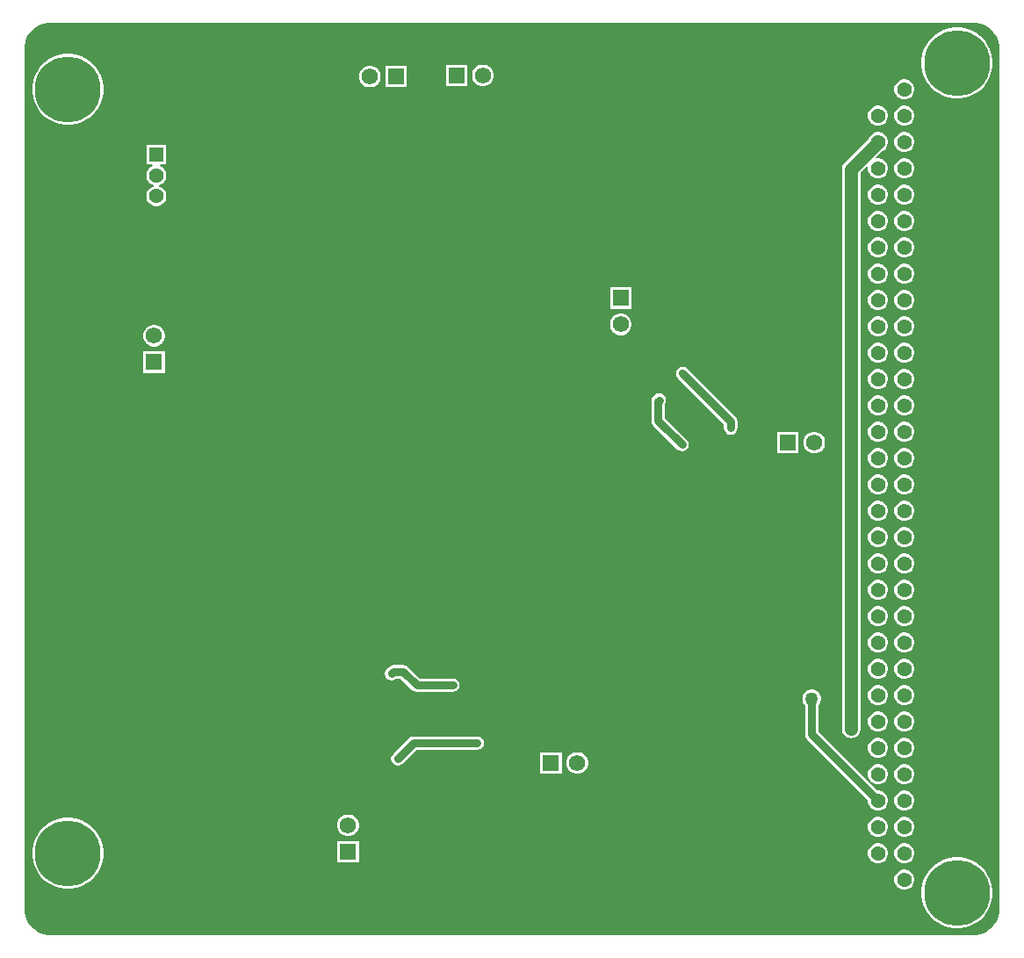
<source format=gbl>
%TF.GenerationSoftware,Altium Limited,Altium Designer,23.1.1 (15)*%
G04 Layer_Physical_Order=2*
G04 Layer_Color=16711680*
%FSLAX25Y25*%
%MOIN*%
%TF.SameCoordinates,209943D4-F1A4-4043-803A-0C530BE15E34*%
%TF.FilePolarity,Positive*%
%TF.FileFunction,Copper,L2,Bot,Signal*%
%TF.Part,Single*%
G01*
G75*
%TA.AperFunction,Conductor*%
%ADD40C,0.05000*%
%ADD43C,0.03000*%
%TA.AperFunction,ComponentPad*%
%ADD49R,0.06201X0.06201*%
%ADD50C,0.06201*%
%ADD51R,0.05610X0.05610*%
%ADD52C,0.05610*%
%ADD53C,0.07972*%
%ADD54C,0.05634*%
%ADD55R,0.05634X0.05634*%
%ADD56R,0.06201X0.06201*%
%TA.AperFunction,WasherPad*%
%ADD57C,0.25000*%
%TA.AperFunction,ViaPad*%
%ADD58C,0.02756*%
%ADD59C,0.05000*%
G36*
X-11020Y350009D02*
X-9200Y349256D01*
X-7562Y348161D01*
X-6169Y346768D01*
X-5075Y345130D01*
X-4321Y343311D01*
X-3937Y341379D01*
Y340394D01*
Y13937D01*
Y12952D01*
X-4321Y11020D01*
X-5075Y9200D01*
X-6169Y7562D01*
X-7562Y6169D01*
X-9200Y5075D01*
X-11020Y4321D01*
X-12952Y3937D01*
X-365001D01*
X-366933Y4321D01*
X-368753Y5075D01*
X-370390Y6169D01*
X-371783Y7562D01*
X-372878Y9200D01*
X-373632Y11020D01*
X-374016Y12952D01*
X-374016Y13937D01*
Y340394D01*
Y341379D01*
X-373632Y343311D01*
X-372878Y345130D01*
X-371783Y346768D01*
X-370390Y348161D01*
X-368753Y349256D01*
X-366933Y350009D01*
X-365001Y350394D01*
X-12952D01*
X-11020Y350009D01*
D02*
G37*
%LPC*%
G36*
X-199460Y334415D02*
X-200540D01*
X-201583Y334136D01*
X-202518Y333596D01*
X-203281Y332833D01*
X-203821Y331898D01*
X-204100Y330855D01*
Y329775D01*
X-203821Y328732D01*
X-203281Y327797D01*
X-202518Y327034D01*
X-201583Y326494D01*
X-200540Y326215D01*
X-199460D01*
X-198417Y326494D01*
X-197482Y327034D01*
X-196719Y327797D01*
X-196179Y328732D01*
X-195900Y329775D01*
Y330855D01*
X-196179Y331898D01*
X-196719Y332833D01*
X-197482Y333596D01*
X-198417Y334136D01*
X-199460Y334415D01*
D02*
G37*
G36*
X-205900D02*
X-214100D01*
Y326215D01*
X-205900D01*
Y334415D01*
D02*
G37*
G36*
X-228813Y334022D02*
X-237014D01*
Y325821D01*
X-228813D01*
Y334022D01*
D02*
G37*
G36*
X-242373D02*
X-243453D01*
X-244496Y333742D01*
X-245431Y333202D01*
X-246195Y332439D01*
X-246734Y331504D01*
X-247014Y330461D01*
Y329381D01*
X-246734Y328339D01*
X-246195Y327403D01*
X-245431Y326640D01*
X-244496Y326100D01*
X-243453Y325821D01*
X-242373D01*
X-241331Y326100D01*
X-240396Y326640D01*
X-239632Y327403D01*
X-239092Y328339D01*
X-238813Y329381D01*
Y330461D01*
X-239092Y331504D01*
X-239632Y332439D01*
X-240396Y333202D01*
X-241331Y333742D01*
X-242373Y334022D01*
D02*
G37*
G36*
X-18937Y348500D02*
X-21062D01*
X-23161Y348168D01*
X-25182Y347511D01*
X-27075Y346546D01*
X-28795Y345297D01*
X-30297Y343795D01*
X-31546Y342075D01*
X-32511Y340182D01*
X-33168Y338161D01*
X-33500Y336063D01*
Y333938D01*
X-33168Y331839D01*
X-32511Y329818D01*
X-31546Y327924D01*
X-30297Y326205D01*
X-28795Y324703D01*
X-27075Y323454D01*
X-25182Y322489D01*
X-23161Y321832D01*
X-21062Y321500D01*
X-18937D01*
X-16839Y321832D01*
X-14818Y322489D01*
X-12924Y323454D01*
X-11205Y324703D01*
X-9703Y326205D01*
X-8454Y327924D01*
X-7489Y329818D01*
X-6832Y331839D01*
X-6500Y333938D01*
Y336063D01*
X-6832Y338161D01*
X-7489Y340182D01*
X-8454Y342075D01*
X-9703Y343795D01*
X-11205Y345297D01*
X-12924Y346546D01*
X-14818Y347511D01*
X-16839Y348168D01*
X-18937Y348500D01*
D02*
G37*
G36*
X-39499Y328805D02*
X-40501D01*
X-41469Y328546D01*
X-42336Y328045D01*
X-43045Y327336D01*
X-43546Y326469D01*
X-43805Y325501D01*
Y324499D01*
X-43546Y323531D01*
X-43045Y322664D01*
X-42336Y321955D01*
X-41469Y321454D01*
X-40501Y321195D01*
X-39499D01*
X-38531Y321454D01*
X-37664Y321955D01*
X-36955Y322664D01*
X-36454Y323531D01*
X-36195Y324499D01*
Y325501D01*
X-36454Y326469D01*
X-36955Y327336D01*
X-37664Y328045D01*
X-38531Y328546D01*
X-39499Y328805D01*
D02*
G37*
G36*
X-356457Y338500D02*
X-358582D01*
X-360681Y338168D01*
X-362702Y337511D01*
X-364595Y336546D01*
X-366314Y335297D01*
X-367817Y333795D01*
X-369066Y332076D01*
X-370031Y330182D01*
X-370687Y328161D01*
X-371020Y326062D01*
Y323938D01*
X-370687Y321839D01*
X-370031Y319818D01*
X-369066Y317924D01*
X-367817Y316205D01*
X-366314Y314703D01*
X-364595Y313454D01*
X-362702Y312489D01*
X-360681Y311832D01*
X-358582Y311500D01*
X-356457D01*
X-354358Y311832D01*
X-352338Y312489D01*
X-350444Y313454D01*
X-348725Y314703D01*
X-347222Y316205D01*
X-345973Y317924D01*
X-345009Y319818D01*
X-344352Y321839D01*
X-344020Y323938D01*
Y326062D01*
X-344352Y328161D01*
X-345009Y330182D01*
X-345973Y332076D01*
X-347222Y333795D01*
X-348725Y335297D01*
X-350444Y336546D01*
X-352338Y337511D01*
X-354358Y338168D01*
X-356457Y338500D01*
D02*
G37*
G36*
X-39499Y318805D02*
X-40501D01*
X-41469Y318546D01*
X-42336Y318045D01*
X-43045Y317336D01*
X-43546Y316469D01*
X-43805Y315501D01*
Y314499D01*
X-43546Y313531D01*
X-43045Y312664D01*
X-42336Y311955D01*
X-41469Y311454D01*
X-40501Y311195D01*
X-39499D01*
X-38531Y311454D01*
X-37664Y311955D01*
X-36955Y312664D01*
X-36454Y313531D01*
X-36195Y314499D01*
Y315501D01*
X-36454Y316469D01*
X-36955Y317336D01*
X-37664Y318045D01*
X-38531Y318546D01*
X-39499Y318805D01*
D02*
G37*
G36*
X-49499D02*
X-50501D01*
X-51469Y318546D01*
X-52336Y318045D01*
X-53045Y317336D01*
X-53546Y316469D01*
X-53805Y315501D01*
Y314499D01*
X-53546Y313531D01*
X-53045Y312664D01*
X-52336Y311955D01*
X-51469Y311454D01*
X-50501Y311195D01*
X-49499D01*
X-48531Y311454D01*
X-47664Y311955D01*
X-46955Y312664D01*
X-46454Y313531D01*
X-46195Y314499D01*
Y315501D01*
X-46454Y316469D01*
X-46955Y317336D01*
X-47664Y318045D01*
X-48531Y318546D01*
X-49499Y318805D01*
D02*
G37*
G36*
X-39499Y308805D02*
X-40501D01*
X-41469Y308546D01*
X-42336Y308045D01*
X-43045Y307336D01*
X-43546Y306469D01*
X-43805Y305501D01*
Y304499D01*
X-43546Y303531D01*
X-43045Y302664D01*
X-42336Y301955D01*
X-41469Y301454D01*
X-40501Y301195D01*
X-39499D01*
X-38531Y301454D01*
X-37664Y301955D01*
X-36955Y302664D01*
X-36454Y303531D01*
X-36195Y304499D01*
Y305501D01*
X-36454Y306469D01*
X-36955Y307336D01*
X-37664Y308045D01*
X-38531Y308546D01*
X-39499Y308805D01*
D02*
G37*
G36*
Y298805D02*
X-40501D01*
X-41469Y298546D01*
X-42336Y298045D01*
X-43045Y297336D01*
X-43546Y296469D01*
X-43805Y295501D01*
Y294499D01*
X-43546Y293531D01*
X-43045Y292664D01*
X-42336Y291955D01*
X-41469Y291454D01*
X-40501Y291195D01*
X-39499D01*
X-38531Y291454D01*
X-37664Y291955D01*
X-36955Y292664D01*
X-36454Y293531D01*
X-36195Y294499D01*
Y295501D01*
X-36454Y296469D01*
X-36955Y297336D01*
X-37664Y298045D01*
X-38531Y298546D01*
X-39499Y298805D01*
D02*
G37*
G36*
X-49499Y308805D02*
X-50501D01*
X-51469Y308546D01*
X-52336Y308045D01*
X-53045Y307336D01*
X-53546Y306469D01*
X-53554Y306439D01*
X-62732Y297260D01*
X-63293Y296529D01*
X-63646Y295677D01*
X-63766Y294764D01*
Y82284D01*
X-63736Y82054D01*
Y81823D01*
X-63676Y81599D01*
X-63646Y81370D01*
X-63558Y81156D01*
X-63498Y80932D01*
X-63382Y80732D01*
X-63293Y80518D01*
X-63153Y80335D01*
X-63037Y80134D01*
X-62873Y79971D01*
X-62732Y79787D01*
X-62549Y79646D01*
X-62385Y79483D01*
X-62185Y79367D01*
X-62001Y79226D01*
X-61788Y79138D01*
X-61587Y79022D01*
X-61364Y78962D01*
X-61150Y78874D01*
X-60921Y78843D01*
X-60697Y78784D01*
X-60466D01*
X-60236Y78753D01*
X-60007Y78784D01*
X-59775D01*
X-59552Y78843D01*
X-59323Y78874D01*
X-59109Y78962D01*
X-58885Y79022D01*
X-58685Y79138D01*
X-58471Y79226D01*
X-58288Y79367D01*
X-58087Y79483D01*
X-57924Y79646D01*
X-57740Y79787D01*
X-57599Y79971D01*
X-57436Y80134D01*
X-57320Y80335D01*
X-57179Y80518D01*
X-57090Y80732D01*
X-56975Y80932D01*
X-56915Y81156D01*
X-56826Y81370D01*
X-56796Y81599D01*
X-56736Y81823D01*
Y82054D01*
X-56706Y82284D01*
Y293302D01*
X-54231Y295776D01*
X-53892Y295580D01*
X-53805Y295495D01*
Y294499D01*
X-53546Y293531D01*
X-53045Y292664D01*
X-52336Y291955D01*
X-51469Y291454D01*
X-50501Y291195D01*
X-49499D01*
X-48531Y291454D01*
X-47664Y291955D01*
X-46955Y292664D01*
X-46454Y293531D01*
X-46195Y294499D01*
Y295501D01*
X-46454Y296469D01*
X-46955Y297336D01*
X-47664Y298045D01*
X-48531Y298546D01*
X-49499Y298805D01*
X-50495D01*
X-50580Y298892D01*
X-50776Y299231D01*
X-48561Y301446D01*
X-48531Y301454D01*
X-47664Y301955D01*
X-46955Y302664D01*
X-46454Y303531D01*
X-46195Y304499D01*
Y305501D01*
X-46454Y306469D01*
X-46955Y307336D01*
X-47664Y308045D01*
X-48531Y308546D01*
X-49499Y308805D01*
D02*
G37*
G36*
X-39499Y288805D02*
X-40501D01*
X-41469Y288546D01*
X-42336Y288045D01*
X-43045Y287336D01*
X-43546Y286469D01*
X-43805Y285501D01*
Y284499D01*
X-43546Y283531D01*
X-43045Y282664D01*
X-42336Y281955D01*
X-41469Y281454D01*
X-40501Y281195D01*
X-39499D01*
X-38531Y281454D01*
X-37664Y281955D01*
X-36955Y282664D01*
X-36454Y283531D01*
X-36195Y284499D01*
Y285501D01*
X-36454Y286469D01*
X-36955Y287336D01*
X-37664Y288045D01*
X-38531Y288546D01*
X-39499Y288805D01*
D02*
G37*
G36*
X-49499D02*
X-50501D01*
X-51469Y288546D01*
X-52336Y288045D01*
X-53045Y287336D01*
X-53546Y286469D01*
X-53805Y285501D01*
Y284499D01*
X-53546Y283531D01*
X-53045Y282664D01*
X-52336Y281955D01*
X-51469Y281454D01*
X-50501Y281195D01*
X-49499D01*
X-48531Y281454D01*
X-47664Y281955D01*
X-46955Y282664D01*
X-46454Y283531D01*
X-46195Y284499D01*
Y285501D01*
X-46454Y286469D01*
X-46955Y287336D01*
X-47664Y288045D01*
X-48531Y288546D01*
X-49499Y288805D01*
D02*
G37*
G36*
X-320120Y304093D02*
X-327754D01*
Y296459D01*
X-325475D01*
X-325409Y295959D01*
X-325410Y295958D01*
X-326281Y295456D01*
X-326991Y294745D01*
X-327494Y293875D01*
X-327754Y292904D01*
Y291899D01*
X-327494Y290928D01*
X-326991Y290058D01*
X-326281Y289347D01*
X-325410Y288845D01*
X-324957Y288723D01*
Y288206D01*
X-325410Y288084D01*
X-326281Y287582D01*
X-326991Y286871D01*
X-327494Y286001D01*
X-327754Y285030D01*
Y284025D01*
X-327494Y283054D01*
X-326991Y282184D01*
X-326281Y281473D01*
X-325410Y280971D01*
X-324440Y280711D01*
X-323434D01*
X-322464Y280971D01*
X-321593Y281473D01*
X-320883Y282184D01*
X-320380Y283054D01*
X-320120Y284025D01*
Y285030D01*
X-320380Y286001D01*
X-320883Y286871D01*
X-321593Y287582D01*
X-322464Y288084D01*
X-322917Y288206D01*
Y288723D01*
X-322464Y288845D01*
X-321593Y289347D01*
X-320883Y290058D01*
X-320380Y290928D01*
X-320120Y291899D01*
Y292904D01*
X-320380Y293875D01*
X-320883Y294745D01*
X-321593Y295456D01*
X-322464Y295958D01*
X-322465Y295959D01*
X-322399Y296459D01*
X-320120D01*
Y304093D01*
D02*
G37*
G36*
X-39499Y278805D02*
X-40501D01*
X-41469Y278546D01*
X-42336Y278045D01*
X-43045Y277336D01*
X-43546Y276469D01*
X-43805Y275501D01*
Y274499D01*
X-43546Y273531D01*
X-43045Y272664D01*
X-42336Y271955D01*
X-41469Y271454D01*
X-40501Y271195D01*
X-39499D01*
X-38531Y271454D01*
X-37664Y271955D01*
X-36955Y272664D01*
X-36454Y273531D01*
X-36195Y274499D01*
Y275501D01*
X-36454Y276469D01*
X-36955Y277336D01*
X-37664Y278045D01*
X-38531Y278546D01*
X-39499Y278805D01*
D02*
G37*
G36*
X-49499D02*
X-50501D01*
X-51469Y278546D01*
X-52336Y278045D01*
X-53045Y277336D01*
X-53546Y276469D01*
X-53805Y275501D01*
Y274499D01*
X-53546Y273531D01*
X-53045Y272664D01*
X-52336Y271955D01*
X-51469Y271454D01*
X-50501Y271195D01*
X-49499D01*
X-48531Y271454D01*
X-47664Y271955D01*
X-46955Y272664D01*
X-46454Y273531D01*
X-46195Y274499D01*
Y275501D01*
X-46454Y276469D01*
X-46955Y277336D01*
X-47664Y278045D01*
X-48531Y278546D01*
X-49499Y278805D01*
D02*
G37*
G36*
X-39499Y268805D02*
X-40501D01*
X-41469Y268546D01*
X-42336Y268045D01*
X-43045Y267336D01*
X-43546Y266469D01*
X-43805Y265501D01*
Y264499D01*
X-43546Y263531D01*
X-43045Y262664D01*
X-42336Y261955D01*
X-41469Y261454D01*
X-40501Y261195D01*
X-39499D01*
X-38531Y261454D01*
X-37664Y261955D01*
X-36955Y262664D01*
X-36454Y263531D01*
X-36195Y264499D01*
Y265501D01*
X-36454Y266469D01*
X-36955Y267336D01*
X-37664Y268045D01*
X-38531Y268546D01*
X-39499Y268805D01*
D02*
G37*
G36*
X-49499D02*
X-50501D01*
X-51469Y268546D01*
X-52336Y268045D01*
X-53045Y267336D01*
X-53546Y266469D01*
X-53805Y265501D01*
Y264499D01*
X-53546Y263531D01*
X-53045Y262664D01*
X-52336Y261955D01*
X-51469Y261454D01*
X-50501Y261195D01*
X-49499D01*
X-48531Y261454D01*
X-47664Y261955D01*
X-46955Y262664D01*
X-46454Y263531D01*
X-46195Y264499D01*
Y265501D01*
X-46454Y266469D01*
X-46955Y267336D01*
X-47664Y268045D01*
X-48531Y268546D01*
X-49499Y268805D01*
D02*
G37*
G36*
X-39499Y258805D02*
X-40501D01*
X-41469Y258546D01*
X-42336Y258045D01*
X-43045Y257336D01*
X-43546Y256469D01*
X-43805Y255501D01*
Y254499D01*
X-43546Y253531D01*
X-43045Y252664D01*
X-42336Y251955D01*
X-41469Y251454D01*
X-40501Y251195D01*
X-39499D01*
X-38531Y251454D01*
X-37664Y251955D01*
X-36955Y252664D01*
X-36454Y253531D01*
X-36195Y254499D01*
Y255501D01*
X-36454Y256469D01*
X-36955Y257336D01*
X-37664Y258045D01*
X-38531Y258546D01*
X-39499Y258805D01*
D02*
G37*
G36*
X-49499D02*
X-50501D01*
X-51469Y258546D01*
X-52336Y258045D01*
X-53045Y257336D01*
X-53546Y256469D01*
X-53805Y255501D01*
Y254499D01*
X-53546Y253531D01*
X-53045Y252664D01*
X-52336Y251955D01*
X-51469Y251454D01*
X-50501Y251195D01*
X-49499D01*
X-48531Y251454D01*
X-47664Y251955D01*
X-46955Y252664D01*
X-46454Y253531D01*
X-46195Y254499D01*
Y255501D01*
X-46454Y256469D01*
X-46955Y257336D01*
X-47664Y258045D01*
X-48531Y258546D01*
X-49499Y258805D01*
D02*
G37*
G36*
X-143537Y249927D02*
X-151738D01*
Y241726D01*
X-143537D01*
Y249927D01*
D02*
G37*
G36*
X-39499Y248805D02*
X-40501D01*
X-41469Y248546D01*
X-42336Y248045D01*
X-43045Y247336D01*
X-43546Y246469D01*
X-43805Y245501D01*
Y244499D01*
X-43546Y243531D01*
X-43045Y242664D01*
X-42336Y241955D01*
X-41469Y241454D01*
X-40501Y241195D01*
X-39499D01*
X-38531Y241454D01*
X-37664Y241955D01*
X-36955Y242664D01*
X-36454Y243531D01*
X-36195Y244499D01*
Y245501D01*
X-36454Y246469D01*
X-36955Y247336D01*
X-37664Y248045D01*
X-38531Y248546D01*
X-39499Y248805D01*
D02*
G37*
G36*
X-49499D02*
X-50501D01*
X-51469Y248546D01*
X-52336Y248045D01*
X-53045Y247336D01*
X-53546Y246469D01*
X-53805Y245501D01*
Y244499D01*
X-53546Y243531D01*
X-53045Y242664D01*
X-52336Y241955D01*
X-51469Y241454D01*
X-50501Y241195D01*
X-49499D01*
X-48531Y241454D01*
X-47664Y241955D01*
X-46955Y242664D01*
X-46454Y243531D01*
X-46195Y244499D01*
Y245501D01*
X-46454Y246469D01*
X-46955Y247336D01*
X-47664Y248045D01*
X-48531Y248546D01*
X-49499Y248805D01*
D02*
G37*
G36*
X-147098Y239927D02*
X-148178D01*
X-149221Y239648D01*
X-150155Y239108D01*
X-150919Y238345D01*
X-151459Y237409D01*
X-151738Y236367D01*
Y235287D01*
X-151459Y234244D01*
X-150919Y233309D01*
X-150155Y232546D01*
X-149221Y232006D01*
X-148178Y231726D01*
X-147098D01*
X-146055Y232006D01*
X-145120Y232546D01*
X-144357Y233309D01*
X-143817Y234244D01*
X-143537Y235287D01*
Y236367D01*
X-143817Y237409D01*
X-144357Y238345D01*
X-145120Y239108D01*
X-146055Y239648D01*
X-147098Y239927D01*
D02*
G37*
G36*
X-39499Y238805D02*
X-40501D01*
X-41469Y238546D01*
X-42336Y238045D01*
X-43045Y237336D01*
X-43546Y236469D01*
X-43805Y235501D01*
Y234499D01*
X-43546Y233531D01*
X-43045Y232664D01*
X-42336Y231955D01*
X-41469Y231454D01*
X-40501Y231195D01*
X-39499D01*
X-38531Y231454D01*
X-37664Y231955D01*
X-36955Y232664D01*
X-36454Y233531D01*
X-36195Y234499D01*
Y235501D01*
X-36454Y236469D01*
X-36955Y237336D01*
X-37664Y238045D01*
X-38531Y238546D01*
X-39499Y238805D01*
D02*
G37*
G36*
X-49499D02*
X-50501D01*
X-51469Y238546D01*
X-52336Y238045D01*
X-53045Y237336D01*
X-53546Y236469D01*
X-53805Y235501D01*
Y234499D01*
X-53546Y233531D01*
X-53045Y232664D01*
X-52336Y231955D01*
X-51469Y231454D01*
X-50501Y231195D01*
X-49499D01*
X-48531Y231454D01*
X-47664Y231955D01*
X-46955Y232664D01*
X-46454Y233531D01*
X-46195Y234499D01*
Y235501D01*
X-46454Y236469D01*
X-46955Y237336D01*
X-47664Y238045D01*
X-48531Y238546D01*
X-49499Y238805D01*
D02*
G37*
G36*
X-324263Y235596D02*
X-325343D01*
X-326386Y235317D01*
X-327321Y234777D01*
X-328084Y234014D01*
X-328624Y233079D01*
X-328904Y232036D01*
Y230956D01*
X-328624Y229913D01*
X-328084Y228978D01*
X-327321Y228215D01*
X-326386Y227675D01*
X-325343Y227396D01*
X-324263D01*
X-323220Y227675D01*
X-322285Y228215D01*
X-321522Y228978D01*
X-320982Y229913D01*
X-320703Y230956D01*
Y232036D01*
X-320982Y233079D01*
X-321522Y234014D01*
X-322285Y234777D01*
X-323220Y235317D01*
X-324263Y235596D01*
D02*
G37*
G36*
X-39499Y228805D02*
X-40501D01*
X-41469Y228546D01*
X-42336Y228045D01*
X-43045Y227336D01*
X-43546Y226469D01*
X-43805Y225501D01*
Y224499D01*
X-43546Y223531D01*
X-43045Y222664D01*
X-42336Y221955D01*
X-41469Y221454D01*
X-40501Y221195D01*
X-39499D01*
X-38531Y221454D01*
X-37664Y221955D01*
X-36955Y222664D01*
X-36454Y223531D01*
X-36195Y224499D01*
Y225501D01*
X-36454Y226469D01*
X-36955Y227336D01*
X-37664Y228045D01*
X-38531Y228546D01*
X-39499Y228805D01*
D02*
G37*
G36*
X-49499D02*
X-50501D01*
X-51469Y228546D01*
X-52336Y228045D01*
X-53045Y227336D01*
X-53546Y226469D01*
X-53805Y225501D01*
Y224499D01*
X-53546Y223531D01*
X-53045Y222664D01*
X-52336Y221955D01*
X-51469Y221454D01*
X-50501Y221195D01*
X-49499D01*
X-48531Y221454D01*
X-47664Y221955D01*
X-46955Y222664D01*
X-46454Y223531D01*
X-46195Y224499D01*
Y225501D01*
X-46454Y226469D01*
X-46955Y227336D01*
X-47664Y228045D01*
X-48531Y228546D01*
X-49499Y228805D01*
D02*
G37*
G36*
X-320703Y225596D02*
X-328904D01*
Y217396D01*
X-320703D01*
Y225596D01*
D02*
G37*
G36*
X-39499Y218805D02*
X-40501D01*
X-41469Y218546D01*
X-42336Y218045D01*
X-43045Y217336D01*
X-43546Y216469D01*
X-43805Y215501D01*
Y214499D01*
X-43546Y213531D01*
X-43045Y212664D01*
X-42336Y211955D01*
X-41469Y211454D01*
X-40501Y211195D01*
X-39499D01*
X-38531Y211454D01*
X-37664Y211955D01*
X-36955Y212664D01*
X-36454Y213531D01*
X-36195Y214499D01*
Y215501D01*
X-36454Y216469D01*
X-36955Y217336D01*
X-37664Y218045D01*
X-38531Y218546D01*
X-39499Y218805D01*
D02*
G37*
G36*
X-49499D02*
X-50501D01*
X-51469Y218546D01*
X-52336Y218045D01*
X-53045Y217336D01*
X-53546Y216469D01*
X-53805Y215501D01*
Y214499D01*
X-53546Y213531D01*
X-53045Y212664D01*
X-52336Y211955D01*
X-51469Y211454D01*
X-50501Y211195D01*
X-49499D01*
X-48531Y211454D01*
X-47664Y211955D01*
X-46955Y212664D01*
X-46454Y213531D01*
X-46195Y214499D01*
Y215501D01*
X-46454Y216469D01*
X-46955Y217336D01*
X-47664Y218045D01*
X-48531Y218546D01*
X-49499Y218805D01*
D02*
G37*
G36*
X-39499Y208805D02*
X-40501D01*
X-41469Y208546D01*
X-42336Y208045D01*
X-43045Y207336D01*
X-43546Y206469D01*
X-43805Y205501D01*
Y204499D01*
X-43546Y203531D01*
X-43045Y202664D01*
X-42336Y201955D01*
X-41469Y201454D01*
X-40501Y201195D01*
X-39499D01*
X-38531Y201454D01*
X-37664Y201955D01*
X-36955Y202664D01*
X-36454Y203531D01*
X-36195Y204499D01*
Y205501D01*
X-36454Y206469D01*
X-36955Y207336D01*
X-37664Y208045D01*
X-38531Y208546D01*
X-39499Y208805D01*
D02*
G37*
G36*
X-49499D02*
X-50501D01*
X-51469Y208546D01*
X-52336Y208045D01*
X-53045Y207336D01*
X-53546Y206469D01*
X-53805Y205501D01*
Y204499D01*
X-53546Y203531D01*
X-53045Y202664D01*
X-52336Y201955D01*
X-51469Y201454D01*
X-50501Y201195D01*
X-49499D01*
X-48531Y201454D01*
X-47664Y201955D01*
X-46955Y202664D01*
X-46454Y203531D01*
X-46195Y204499D01*
Y205501D01*
X-46454Y206469D01*
X-46955Y207336D01*
X-47664Y208045D01*
X-48531Y208546D01*
X-49499Y208805D01*
D02*
G37*
G36*
X-124133Y219713D02*
X-125109Y219519D01*
X-125936Y218967D01*
X-126488Y218140D01*
X-126682Y217164D01*
X-126488Y216189D01*
X-125936Y215362D01*
X-108455Y197881D01*
Y196457D01*
X-108261Y195481D01*
X-107708Y194654D01*
X-106881Y194102D01*
X-105905Y193908D01*
X-104930Y194102D01*
X-104103Y194654D01*
X-103551Y195481D01*
X-103357Y196457D01*
Y198936D01*
X-103551Y199912D01*
X-104103Y200739D01*
X-122331Y218967D01*
X-123158Y219519D01*
X-124133Y219713D01*
D02*
G37*
G36*
X-39499Y198805D02*
X-40501D01*
X-41469Y198546D01*
X-42336Y198045D01*
X-43045Y197336D01*
X-43546Y196469D01*
X-43805Y195501D01*
Y194499D01*
X-43546Y193531D01*
X-43045Y192664D01*
X-42336Y191955D01*
X-41469Y191454D01*
X-40501Y191195D01*
X-39499D01*
X-38531Y191454D01*
X-37664Y191955D01*
X-36955Y192664D01*
X-36454Y193531D01*
X-36195Y194499D01*
Y195501D01*
X-36454Y196469D01*
X-36955Y197336D01*
X-37664Y198045D01*
X-38531Y198546D01*
X-39499Y198805D01*
D02*
G37*
G36*
X-49499D02*
X-50501D01*
X-51469Y198546D01*
X-52336Y198045D01*
X-53045Y197336D01*
X-53546Y196469D01*
X-53805Y195501D01*
Y194499D01*
X-53546Y193531D01*
X-53045Y192664D01*
X-52336Y191955D01*
X-51469Y191454D01*
X-50501Y191195D01*
X-49499D01*
X-48531Y191454D01*
X-47664Y191955D01*
X-46955Y192664D01*
X-46454Y193531D01*
X-46195Y194499D01*
Y195501D01*
X-46454Y196469D01*
X-46955Y197336D01*
X-47664Y198045D01*
X-48531Y198546D01*
X-49499Y198805D01*
D02*
G37*
G36*
X-133071Y209636D02*
X-134046Y209442D01*
X-134873Y208889D01*
X-135267Y208495D01*
X-135819Y207668D01*
X-136014Y206693D01*
Y199213D01*
X-135819Y198237D01*
X-135267Y197410D01*
X-126212Y188355D01*
X-125385Y187803D01*
X-124409Y187609D01*
X-123434Y187803D01*
X-122607Y188355D01*
X-122055Y189182D01*
X-121861Y190157D01*
X-122055Y191133D01*
X-122607Y191960D01*
X-130916Y200268D01*
Y205812D01*
X-130716Y206111D01*
X-130522Y207087D01*
X-130716Y208062D01*
X-131269Y208889D01*
X-132095Y209442D01*
X-133071Y209636D01*
D02*
G37*
G36*
X-73712Y195045D02*
X-74792D01*
X-75835Y194766D01*
X-76770Y194226D01*
X-77533Y193463D01*
X-78073Y192528D01*
X-78352Y191485D01*
Y190405D01*
X-78073Y189362D01*
X-77533Y188427D01*
X-76770Y187664D01*
X-75835Y187124D01*
X-74792Y186845D01*
X-73712D01*
X-72669Y187124D01*
X-71734Y187664D01*
X-70971Y188427D01*
X-70431Y189362D01*
X-70152Y190405D01*
Y191485D01*
X-70431Y192528D01*
X-70971Y193463D01*
X-71734Y194226D01*
X-72669Y194766D01*
X-73712Y195045D01*
D02*
G37*
G36*
X-80152D02*
X-88352D01*
Y186845D01*
X-80152D01*
Y195045D01*
D02*
G37*
G36*
X-39499Y188805D02*
X-40501D01*
X-41469Y188546D01*
X-42336Y188045D01*
X-43045Y187336D01*
X-43546Y186469D01*
X-43805Y185501D01*
Y184499D01*
X-43546Y183531D01*
X-43045Y182664D01*
X-42336Y181955D01*
X-41469Y181454D01*
X-40501Y181195D01*
X-39499D01*
X-38531Y181454D01*
X-37664Y181955D01*
X-36955Y182664D01*
X-36454Y183531D01*
X-36195Y184499D01*
Y185501D01*
X-36454Y186469D01*
X-36955Y187336D01*
X-37664Y188045D01*
X-38531Y188546D01*
X-39499Y188805D01*
D02*
G37*
G36*
X-49499D02*
X-50501D01*
X-51469Y188546D01*
X-52336Y188045D01*
X-53045Y187336D01*
X-53546Y186469D01*
X-53805Y185501D01*
Y184499D01*
X-53546Y183531D01*
X-53045Y182664D01*
X-52336Y181955D01*
X-51469Y181454D01*
X-50501Y181195D01*
X-49499D01*
X-48531Y181454D01*
X-47664Y181955D01*
X-46955Y182664D01*
X-46454Y183531D01*
X-46195Y184499D01*
Y185501D01*
X-46454Y186469D01*
X-46955Y187336D01*
X-47664Y188045D01*
X-48531Y188546D01*
X-49499Y188805D01*
D02*
G37*
G36*
X-39499Y178805D02*
X-40501D01*
X-41469Y178546D01*
X-42336Y178045D01*
X-43045Y177336D01*
X-43546Y176469D01*
X-43805Y175501D01*
Y174499D01*
X-43546Y173531D01*
X-43045Y172664D01*
X-42336Y171955D01*
X-41469Y171454D01*
X-40501Y171195D01*
X-39499D01*
X-38531Y171454D01*
X-37664Y171955D01*
X-36955Y172664D01*
X-36454Y173531D01*
X-36195Y174499D01*
Y175501D01*
X-36454Y176469D01*
X-36955Y177336D01*
X-37664Y178045D01*
X-38531Y178546D01*
X-39499Y178805D01*
D02*
G37*
G36*
X-49499D02*
X-50501D01*
X-51469Y178546D01*
X-52336Y178045D01*
X-53045Y177336D01*
X-53546Y176469D01*
X-53805Y175501D01*
Y174499D01*
X-53546Y173531D01*
X-53045Y172664D01*
X-52336Y171955D01*
X-51469Y171454D01*
X-50501Y171195D01*
X-49499D01*
X-48531Y171454D01*
X-47664Y171955D01*
X-46955Y172664D01*
X-46454Y173531D01*
X-46195Y174499D01*
Y175501D01*
X-46454Y176469D01*
X-46955Y177336D01*
X-47664Y178045D01*
X-48531Y178546D01*
X-49499Y178805D01*
D02*
G37*
G36*
X-39499Y168805D02*
X-40501D01*
X-41469Y168546D01*
X-42336Y168045D01*
X-43045Y167336D01*
X-43546Y166469D01*
X-43805Y165501D01*
Y164499D01*
X-43546Y163531D01*
X-43045Y162664D01*
X-42336Y161955D01*
X-41469Y161454D01*
X-40501Y161195D01*
X-39499D01*
X-38531Y161454D01*
X-37664Y161955D01*
X-36955Y162664D01*
X-36454Y163531D01*
X-36195Y164499D01*
Y165501D01*
X-36454Y166469D01*
X-36955Y167336D01*
X-37664Y168045D01*
X-38531Y168546D01*
X-39499Y168805D01*
D02*
G37*
G36*
X-49499D02*
X-50501D01*
X-51469Y168546D01*
X-52336Y168045D01*
X-53045Y167336D01*
X-53546Y166469D01*
X-53805Y165501D01*
Y164499D01*
X-53546Y163531D01*
X-53045Y162664D01*
X-52336Y161955D01*
X-51469Y161454D01*
X-50501Y161195D01*
X-49499D01*
X-48531Y161454D01*
X-47664Y161955D01*
X-46955Y162664D01*
X-46454Y163531D01*
X-46195Y164499D01*
Y165501D01*
X-46454Y166469D01*
X-46955Y167336D01*
X-47664Y168045D01*
X-48531Y168546D01*
X-49499Y168805D01*
D02*
G37*
G36*
X-39499Y158805D02*
X-40501D01*
X-41469Y158546D01*
X-42336Y158045D01*
X-43045Y157336D01*
X-43546Y156469D01*
X-43805Y155501D01*
Y154499D01*
X-43546Y153531D01*
X-43045Y152664D01*
X-42336Y151955D01*
X-41469Y151454D01*
X-40501Y151195D01*
X-39499D01*
X-38531Y151454D01*
X-37664Y151955D01*
X-36955Y152664D01*
X-36454Y153531D01*
X-36195Y154499D01*
Y155501D01*
X-36454Y156469D01*
X-36955Y157336D01*
X-37664Y158045D01*
X-38531Y158546D01*
X-39499Y158805D01*
D02*
G37*
G36*
X-49499D02*
X-50501D01*
X-51469Y158546D01*
X-52336Y158045D01*
X-53045Y157336D01*
X-53546Y156469D01*
X-53805Y155501D01*
Y154499D01*
X-53546Y153531D01*
X-53045Y152664D01*
X-52336Y151955D01*
X-51469Y151454D01*
X-50501Y151195D01*
X-49499D01*
X-48531Y151454D01*
X-47664Y151955D01*
X-46955Y152664D01*
X-46454Y153531D01*
X-46195Y154499D01*
Y155501D01*
X-46454Y156469D01*
X-46955Y157336D01*
X-47664Y158045D01*
X-48531Y158546D01*
X-49499Y158805D01*
D02*
G37*
G36*
X-39499Y148805D02*
X-40501D01*
X-41469Y148546D01*
X-42336Y148045D01*
X-43045Y147336D01*
X-43546Y146469D01*
X-43805Y145501D01*
Y144499D01*
X-43546Y143531D01*
X-43045Y142664D01*
X-42336Y141955D01*
X-41469Y141454D01*
X-40501Y141195D01*
X-39499D01*
X-38531Y141454D01*
X-37664Y141955D01*
X-36955Y142664D01*
X-36454Y143531D01*
X-36195Y144499D01*
Y145501D01*
X-36454Y146469D01*
X-36955Y147336D01*
X-37664Y148045D01*
X-38531Y148546D01*
X-39499Y148805D01*
D02*
G37*
G36*
X-49499D02*
X-50501D01*
X-51469Y148546D01*
X-52336Y148045D01*
X-53045Y147336D01*
X-53546Y146469D01*
X-53805Y145501D01*
Y144499D01*
X-53546Y143531D01*
X-53045Y142664D01*
X-52336Y141955D01*
X-51469Y141454D01*
X-50501Y141195D01*
X-49499D01*
X-48531Y141454D01*
X-47664Y141955D01*
X-46955Y142664D01*
X-46454Y143531D01*
X-46195Y144499D01*
Y145501D01*
X-46454Y146469D01*
X-46955Y147336D01*
X-47664Y148045D01*
X-48531Y148546D01*
X-49499Y148805D01*
D02*
G37*
G36*
X-39499Y138805D02*
X-40501D01*
X-41469Y138546D01*
X-42336Y138045D01*
X-43045Y137336D01*
X-43546Y136469D01*
X-43805Y135501D01*
Y134499D01*
X-43546Y133531D01*
X-43045Y132664D01*
X-42336Y131955D01*
X-41469Y131454D01*
X-40501Y131195D01*
X-39499D01*
X-38531Y131454D01*
X-37664Y131955D01*
X-36955Y132664D01*
X-36454Y133531D01*
X-36195Y134499D01*
Y135501D01*
X-36454Y136469D01*
X-36955Y137336D01*
X-37664Y138045D01*
X-38531Y138546D01*
X-39499Y138805D01*
D02*
G37*
G36*
X-49499D02*
X-50501D01*
X-51469Y138546D01*
X-52336Y138045D01*
X-53045Y137336D01*
X-53546Y136469D01*
X-53805Y135501D01*
Y134499D01*
X-53546Y133531D01*
X-53045Y132664D01*
X-52336Y131955D01*
X-51469Y131454D01*
X-50501Y131195D01*
X-49499D01*
X-48531Y131454D01*
X-47664Y131955D01*
X-46955Y132664D01*
X-46454Y133531D01*
X-46195Y134499D01*
Y135501D01*
X-46454Y136469D01*
X-46955Y137336D01*
X-47664Y138045D01*
X-48531Y138546D01*
X-49499Y138805D01*
D02*
G37*
G36*
X-39499Y128805D02*
X-40501D01*
X-41469Y128546D01*
X-42336Y128045D01*
X-43045Y127336D01*
X-43546Y126469D01*
X-43805Y125501D01*
Y124499D01*
X-43546Y123531D01*
X-43045Y122664D01*
X-42336Y121955D01*
X-41469Y121454D01*
X-40501Y121195D01*
X-39499D01*
X-38531Y121454D01*
X-37664Y121955D01*
X-36955Y122664D01*
X-36454Y123531D01*
X-36195Y124499D01*
Y125501D01*
X-36454Y126469D01*
X-36955Y127336D01*
X-37664Y128045D01*
X-38531Y128546D01*
X-39499Y128805D01*
D02*
G37*
G36*
X-49499D02*
X-50501D01*
X-51469Y128546D01*
X-52336Y128045D01*
X-53045Y127336D01*
X-53546Y126469D01*
X-53805Y125501D01*
Y124499D01*
X-53546Y123531D01*
X-53045Y122664D01*
X-52336Y121955D01*
X-51469Y121454D01*
X-50501Y121195D01*
X-49499D01*
X-48531Y121454D01*
X-47664Y121955D01*
X-46955Y122664D01*
X-46454Y123531D01*
X-46195Y124499D01*
Y125501D01*
X-46454Y126469D01*
X-46955Y127336D01*
X-47664Y128045D01*
X-48531Y128546D01*
X-49499Y128805D01*
D02*
G37*
G36*
X-39499Y118805D02*
X-40501D01*
X-41469Y118546D01*
X-42336Y118045D01*
X-43045Y117336D01*
X-43546Y116469D01*
X-43805Y115501D01*
Y114499D01*
X-43546Y113531D01*
X-43045Y112664D01*
X-42336Y111955D01*
X-41469Y111454D01*
X-40501Y111195D01*
X-39499D01*
X-38531Y111454D01*
X-37664Y111955D01*
X-36955Y112664D01*
X-36454Y113531D01*
X-36195Y114499D01*
Y115501D01*
X-36454Y116469D01*
X-36955Y117336D01*
X-37664Y118045D01*
X-38531Y118546D01*
X-39499Y118805D01*
D02*
G37*
G36*
X-49499D02*
X-50501D01*
X-51469Y118546D01*
X-52336Y118045D01*
X-53045Y117336D01*
X-53546Y116469D01*
X-53805Y115501D01*
Y114499D01*
X-53546Y113531D01*
X-53045Y112664D01*
X-52336Y111955D01*
X-51469Y111454D01*
X-50501Y111195D01*
X-49499D01*
X-48531Y111454D01*
X-47664Y111955D01*
X-46955Y112664D01*
X-46454Y113531D01*
X-46195Y114499D01*
Y115501D01*
X-46454Y116469D01*
X-46955Y117336D01*
X-47664Y118045D01*
X-48531Y118546D01*
X-49499Y118805D01*
D02*
G37*
G36*
X-39499Y108805D02*
X-40501D01*
X-41469Y108546D01*
X-42336Y108045D01*
X-43045Y107336D01*
X-43546Y106469D01*
X-43805Y105501D01*
Y104499D01*
X-43546Y103531D01*
X-43045Y102664D01*
X-42336Y101955D01*
X-41469Y101454D01*
X-40501Y101195D01*
X-39499D01*
X-38531Y101454D01*
X-37664Y101955D01*
X-36955Y102664D01*
X-36454Y103531D01*
X-36195Y104499D01*
Y105501D01*
X-36454Y106469D01*
X-36955Y107336D01*
X-37664Y108045D01*
X-38531Y108546D01*
X-39499Y108805D01*
D02*
G37*
G36*
X-49499D02*
X-50501D01*
X-51469Y108546D01*
X-52336Y108045D01*
X-53045Y107336D01*
X-53546Y106469D01*
X-53805Y105501D01*
Y104499D01*
X-53546Y103531D01*
X-53045Y102664D01*
X-52336Y101955D01*
X-51469Y101454D01*
X-50501Y101195D01*
X-49499D01*
X-48531Y101454D01*
X-47664Y101955D01*
X-46955Y102664D01*
X-46454Y103531D01*
X-46195Y104499D01*
Y105501D01*
X-46454Y106469D01*
X-46955Y107336D01*
X-47664Y108045D01*
X-48531Y108546D01*
X-49499Y108805D01*
D02*
G37*
G36*
X-230163Y106486D02*
X-233858D01*
X-234834Y106292D01*
X-235661Y105739D01*
X-236448Y104952D01*
X-237001Y104125D01*
X-237195Y103150D01*
X-237001Y102174D01*
X-236448Y101347D01*
X-235621Y100795D01*
X-234646Y100601D01*
X-233670Y100795D01*
X-232843Y101347D01*
X-232802Y101388D01*
X-231219D01*
X-226847Y97017D01*
X-226020Y96464D01*
X-225045Y96270D01*
X-211417D01*
X-210442Y96464D01*
X-209615Y97017D01*
X-209062Y97843D01*
X-208868Y98819D01*
X-209062Y99794D01*
X-209615Y100621D01*
X-210442Y101174D01*
X-211417Y101368D01*
X-223989D01*
X-228361Y105739D01*
X-229188Y106292D01*
X-230163Y106486D01*
D02*
G37*
G36*
X-39499Y98805D02*
X-40501D01*
X-41469Y98546D01*
X-42336Y98045D01*
X-43045Y97336D01*
X-43546Y96469D01*
X-43805Y95501D01*
Y94499D01*
X-43546Y93531D01*
X-43045Y92664D01*
X-42336Y91955D01*
X-41469Y91454D01*
X-40501Y91195D01*
X-39499D01*
X-38531Y91454D01*
X-37664Y91955D01*
X-36955Y92664D01*
X-36454Y93531D01*
X-36195Y94499D01*
Y95501D01*
X-36454Y96469D01*
X-36955Y97336D01*
X-37664Y98045D01*
X-38531Y98546D01*
X-39499Y98805D01*
D02*
G37*
G36*
X-49499D02*
X-50501D01*
X-51469Y98546D01*
X-52336Y98045D01*
X-53045Y97336D01*
X-53546Y96469D01*
X-53805Y95501D01*
Y94499D01*
X-53546Y93531D01*
X-53045Y92664D01*
X-52336Y91955D01*
X-51469Y91454D01*
X-50501Y91195D01*
X-49499D01*
X-48531Y91454D01*
X-47664Y91955D01*
X-46955Y92664D01*
X-46454Y93531D01*
X-46195Y94499D01*
Y95501D01*
X-46454Y96469D01*
X-46955Y97336D01*
X-47664Y98045D01*
X-48531Y98546D01*
X-49499Y98805D01*
D02*
G37*
G36*
X-39499Y88805D02*
X-40501D01*
X-41469Y88546D01*
X-42336Y88045D01*
X-43045Y87336D01*
X-43546Y86469D01*
X-43805Y85501D01*
Y84499D01*
X-43546Y83531D01*
X-43045Y82664D01*
X-42336Y81955D01*
X-41469Y81454D01*
X-40501Y81195D01*
X-39499D01*
X-38531Y81454D01*
X-37664Y81955D01*
X-36955Y82664D01*
X-36454Y83531D01*
X-36195Y84499D01*
Y85501D01*
X-36454Y86469D01*
X-36955Y87336D01*
X-37664Y88045D01*
X-38531Y88546D01*
X-39499Y88805D01*
D02*
G37*
G36*
X-49499D02*
X-50501D01*
X-51469Y88546D01*
X-52336Y88045D01*
X-53045Y87336D01*
X-53546Y86469D01*
X-53805Y85501D01*
Y84499D01*
X-53546Y83531D01*
X-53045Y82664D01*
X-52336Y81955D01*
X-51469Y81454D01*
X-50501Y81195D01*
X-49499D01*
X-48531Y81454D01*
X-47664Y81955D01*
X-46955Y82664D01*
X-46454Y83531D01*
X-46195Y84499D01*
Y85501D01*
X-46454Y86469D01*
X-46955Y87336D01*
X-47664Y88045D01*
X-48531Y88546D01*
X-49499Y88805D01*
D02*
G37*
G36*
X-39499Y78805D02*
X-40501D01*
X-41469Y78546D01*
X-42336Y78045D01*
X-43045Y77336D01*
X-43546Y76469D01*
X-43805Y75501D01*
Y74499D01*
X-43546Y73531D01*
X-43045Y72664D01*
X-42336Y71955D01*
X-41469Y71454D01*
X-40501Y71195D01*
X-39499D01*
X-38531Y71454D01*
X-37664Y71955D01*
X-36955Y72664D01*
X-36454Y73531D01*
X-36195Y74499D01*
Y75501D01*
X-36454Y76469D01*
X-36955Y77336D01*
X-37664Y78045D01*
X-38531Y78546D01*
X-39499Y78805D01*
D02*
G37*
G36*
X-49499D02*
X-50501D01*
X-51469Y78546D01*
X-52336Y78045D01*
X-53045Y77336D01*
X-53546Y76469D01*
X-53805Y75501D01*
Y74499D01*
X-53546Y73531D01*
X-53045Y72664D01*
X-52336Y71955D01*
X-51469Y71454D01*
X-50501Y71195D01*
X-49499D01*
X-48531Y71454D01*
X-47664Y71955D01*
X-46955Y72664D01*
X-46454Y73531D01*
X-46195Y74499D01*
Y75501D01*
X-46454Y76469D01*
X-46955Y77336D01*
X-47664Y78045D01*
X-48531Y78546D01*
X-49499Y78805D01*
D02*
G37*
G36*
X-202117Y79363D02*
X-226335D01*
X-227311Y79169D01*
X-228138Y78617D01*
X-234086Y72668D01*
X-234638Y71842D01*
X-234832Y70866D01*
X-234638Y69891D01*
X-234086Y69064D01*
X-233259Y68511D01*
X-232283Y68317D01*
X-231308Y68511D01*
X-230481Y69064D01*
X-225280Y74265D01*
X-202117D01*
X-201142Y74459D01*
X-200315Y75012D01*
X-199762Y75839D01*
X-199568Y76814D01*
X-199762Y77790D01*
X-200315Y78617D01*
X-201142Y79169D01*
X-202117Y79363D01*
D02*
G37*
G36*
X-163633Y73392D02*
X-164713D01*
X-165756Y73112D01*
X-166691Y72572D01*
X-167454Y71809D01*
X-167994Y70874D01*
X-168274Y69831D01*
Y68752D01*
X-167994Y67709D01*
X-167454Y66774D01*
X-166691Y66010D01*
X-165756Y65470D01*
X-164713Y65191D01*
X-163633D01*
X-162591Y65470D01*
X-161655Y66010D01*
X-160892Y66774D01*
X-160352Y67709D01*
X-160073Y68752D01*
Y69831D01*
X-160352Y70874D01*
X-160892Y71809D01*
X-161655Y72572D01*
X-162591Y73112D01*
X-163633Y73392D01*
D02*
G37*
G36*
X-170073D02*
X-178274D01*
Y65191D01*
X-170073D01*
Y73392D01*
D02*
G37*
G36*
X-39499Y68805D02*
X-40501D01*
X-41469Y68546D01*
X-42336Y68045D01*
X-43045Y67336D01*
X-43546Y66469D01*
X-43805Y65501D01*
Y64499D01*
X-43546Y63531D01*
X-43045Y62664D01*
X-42336Y61955D01*
X-41469Y61454D01*
X-40501Y61195D01*
X-39499D01*
X-38531Y61454D01*
X-37664Y61955D01*
X-36955Y62664D01*
X-36454Y63531D01*
X-36195Y64499D01*
Y65501D01*
X-36454Y66469D01*
X-36955Y67336D01*
X-37664Y68045D01*
X-38531Y68546D01*
X-39499Y68805D01*
D02*
G37*
G36*
X-49499D02*
X-50501D01*
X-51469Y68546D01*
X-52336Y68045D01*
X-53045Y67336D01*
X-53546Y66469D01*
X-53805Y65501D01*
Y64499D01*
X-53546Y63531D01*
X-53045Y62664D01*
X-52336Y61955D01*
X-51469Y61454D01*
X-50501Y61195D01*
X-49499D01*
X-48531Y61454D01*
X-47664Y61955D01*
X-46955Y62664D01*
X-46454Y63531D01*
X-46195Y64499D01*
Y65501D01*
X-46454Y66469D01*
X-46955Y67336D01*
X-47664Y68045D01*
X-48531Y68546D01*
X-49499Y68805D01*
D02*
G37*
G36*
X-39499Y58805D02*
X-40501D01*
X-41469Y58546D01*
X-42336Y58045D01*
X-43045Y57336D01*
X-43546Y56469D01*
X-43805Y55501D01*
Y54499D01*
X-43546Y53531D01*
X-43045Y52664D01*
X-42336Y51955D01*
X-41469Y51454D01*
X-40501Y51195D01*
X-39499D01*
X-38531Y51454D01*
X-37664Y51955D01*
X-36955Y52664D01*
X-36454Y53531D01*
X-36195Y54499D01*
Y55501D01*
X-36454Y56469D01*
X-36955Y57336D01*
X-37664Y58045D01*
X-38531Y58546D01*
X-39499Y58805D01*
D02*
G37*
G36*
X-74736Y97201D02*
X-75658D01*
X-76548Y96962D01*
X-77346Y96501D01*
X-77998Y95850D01*
X-78458Y95052D01*
X-78697Y94162D01*
Y93240D01*
X-78458Y92350D01*
X-77998Y91552D01*
X-77746Y91300D01*
Y80197D01*
X-77552Y79221D01*
X-76999Y78394D01*
X-53805Y55200D01*
Y54499D01*
X-53546Y53531D01*
X-53045Y52664D01*
X-52336Y51955D01*
X-51469Y51454D01*
X-50501Y51195D01*
X-49499D01*
X-48531Y51454D01*
X-47664Y51955D01*
X-46955Y52664D01*
X-46454Y53531D01*
X-46195Y54499D01*
Y55501D01*
X-46454Y56469D01*
X-46955Y57336D01*
X-47664Y58045D01*
X-48531Y58546D01*
X-49499Y58805D01*
X-50200D01*
X-72648Y81253D01*
Y91300D01*
X-72396Y91552D01*
X-71935Y92350D01*
X-71697Y93240D01*
Y94162D01*
X-71935Y95052D01*
X-72396Y95850D01*
X-73048Y96501D01*
X-73846Y96962D01*
X-74736Y97201D01*
D02*
G37*
G36*
X-250641Y49770D02*
X-251721D01*
X-252764Y49490D01*
X-253699Y48950D01*
X-254462Y48187D01*
X-255002Y47252D01*
X-255281Y46209D01*
Y45129D01*
X-255002Y44087D01*
X-254462Y43152D01*
X-253699Y42388D01*
X-252764Y41848D01*
X-251721Y41569D01*
X-250641D01*
X-249598Y41848D01*
X-248663Y42388D01*
X-247900Y43152D01*
X-247360Y44087D01*
X-247081Y45129D01*
Y46209D01*
X-247360Y47252D01*
X-247900Y48187D01*
X-248663Y48950D01*
X-249598Y49490D01*
X-250641Y49770D01*
D02*
G37*
G36*
X-39499Y48805D02*
X-40501D01*
X-41469Y48546D01*
X-42336Y48045D01*
X-43045Y47336D01*
X-43546Y46469D01*
X-43805Y45501D01*
Y44499D01*
X-43546Y43531D01*
X-43045Y42664D01*
X-42336Y41955D01*
X-41469Y41454D01*
X-40501Y41195D01*
X-39499D01*
X-38531Y41454D01*
X-37664Y41955D01*
X-36955Y42664D01*
X-36454Y43531D01*
X-36195Y44499D01*
Y45501D01*
X-36454Y46469D01*
X-36955Y47336D01*
X-37664Y48045D01*
X-38531Y48546D01*
X-39499Y48805D01*
D02*
G37*
G36*
X-49499D02*
X-50501D01*
X-51469Y48546D01*
X-52336Y48045D01*
X-53045Y47336D01*
X-53546Y46469D01*
X-53805Y45501D01*
Y44499D01*
X-53546Y43531D01*
X-53045Y42664D01*
X-52336Y41955D01*
X-51469Y41454D01*
X-50501Y41195D01*
X-49499D01*
X-48531Y41454D01*
X-47664Y41955D01*
X-46955Y42664D01*
X-46454Y43531D01*
X-46195Y44499D01*
Y45501D01*
X-46454Y46469D01*
X-46955Y47336D01*
X-47664Y48045D01*
X-48531Y48546D01*
X-49499Y48805D01*
D02*
G37*
G36*
X-247081Y39770D02*
X-255281D01*
Y31569D01*
X-247081D01*
Y39770D01*
D02*
G37*
G36*
X-39499Y38805D02*
X-40501D01*
X-41469Y38546D01*
X-42336Y38045D01*
X-43045Y37336D01*
X-43546Y36469D01*
X-43805Y35501D01*
Y34499D01*
X-43546Y33531D01*
X-43045Y32664D01*
X-42336Y31955D01*
X-41469Y31454D01*
X-40501Y31195D01*
X-39499D01*
X-38531Y31454D01*
X-37664Y31955D01*
X-36955Y32664D01*
X-36454Y33531D01*
X-36195Y34499D01*
Y35501D01*
X-36454Y36469D01*
X-36955Y37336D01*
X-37664Y38045D01*
X-38531Y38546D01*
X-39499Y38805D01*
D02*
G37*
G36*
X-49499D02*
X-50501D01*
X-51469Y38546D01*
X-52336Y38045D01*
X-53045Y37336D01*
X-53546Y36469D01*
X-53805Y35501D01*
Y34499D01*
X-53546Y33531D01*
X-53045Y32664D01*
X-52336Y31955D01*
X-51469Y31454D01*
X-50501Y31195D01*
X-49499D01*
X-48531Y31454D01*
X-47664Y31955D01*
X-46955Y32664D01*
X-46454Y33531D01*
X-46195Y34499D01*
Y35501D01*
X-46454Y36469D01*
X-46955Y37336D01*
X-47664Y38045D01*
X-48531Y38546D01*
X-49499Y38805D01*
D02*
G37*
G36*
X-356457Y48500D02*
X-358582D01*
X-360681Y48168D01*
X-362702Y47511D01*
X-364595Y46546D01*
X-366314Y45297D01*
X-367817Y43795D01*
X-369066Y42075D01*
X-370031Y40182D01*
X-370687Y38161D01*
X-371020Y36062D01*
Y33937D01*
X-370687Y31839D01*
X-370031Y29818D01*
X-369066Y27924D01*
X-367817Y26205D01*
X-366314Y24703D01*
X-364595Y23454D01*
X-362702Y22489D01*
X-360681Y21832D01*
X-358582Y21500D01*
X-356457D01*
X-354358Y21832D01*
X-352338Y22489D01*
X-350444Y23454D01*
X-348725Y24703D01*
X-347222Y26205D01*
X-345973Y27924D01*
X-345009Y29818D01*
X-344352Y31839D01*
X-344020Y33937D01*
Y36062D01*
X-344352Y38161D01*
X-345009Y40182D01*
X-345973Y42075D01*
X-347222Y43795D01*
X-348725Y45297D01*
X-350444Y46546D01*
X-352338Y47511D01*
X-354358Y48168D01*
X-356457Y48500D01*
D02*
G37*
G36*
X-39499Y28805D02*
X-40501D01*
X-41469Y28546D01*
X-42336Y28045D01*
X-43045Y27336D01*
X-43546Y26469D01*
X-43805Y25501D01*
Y24499D01*
X-43546Y23531D01*
X-43045Y22664D01*
X-42336Y21955D01*
X-41469Y21454D01*
X-40501Y21195D01*
X-39499D01*
X-38531Y21454D01*
X-37664Y21955D01*
X-36955Y22664D01*
X-36454Y23531D01*
X-36195Y24499D01*
Y25501D01*
X-36454Y26469D01*
X-36955Y27336D01*
X-37664Y28045D01*
X-38531Y28546D01*
X-39499Y28805D01*
D02*
G37*
G36*
X-18937Y33500D02*
X-21062D01*
X-23161Y33168D01*
X-25182Y32511D01*
X-27075Y31546D01*
X-28795Y30297D01*
X-30297Y28795D01*
X-31546Y27075D01*
X-32511Y25182D01*
X-33168Y23161D01*
X-33500Y21062D01*
Y18937D01*
X-33168Y16839D01*
X-32511Y14818D01*
X-31546Y12924D01*
X-30297Y11205D01*
X-28795Y9703D01*
X-27075Y8454D01*
X-25182Y7489D01*
X-23161Y6832D01*
X-21062Y6500D01*
X-18937D01*
X-16839Y6832D01*
X-14818Y7489D01*
X-12924Y8454D01*
X-11205Y9703D01*
X-9703Y11205D01*
X-8454Y12924D01*
X-7489Y14818D01*
X-6832Y16839D01*
X-6500Y18937D01*
Y21062D01*
X-6832Y23161D01*
X-7489Y25182D01*
X-8454Y27075D01*
X-9703Y28795D01*
X-11205Y30297D01*
X-12924Y31546D01*
X-14818Y32511D01*
X-16839Y33168D01*
X-18937Y33500D01*
D02*
G37*
%LPD*%
D40*
X-60236Y82284D02*
Y294764D01*
X-50000Y305000D01*
D43*
X-105905Y196457D02*
Y198936D01*
X-124133Y217164D02*
X-105905Y198936D01*
X-133465Y206693D02*
X-133071Y207087D01*
X-133465Y199213D02*
Y206693D01*
Y199213D02*
X-124409Y190157D01*
X-226335Y76814D02*
X-202117D01*
X-232283Y70866D02*
X-226335Y76814D01*
X-234646Y103150D02*
X-233858Y103937D01*
X-230163D01*
X-225045Y98819D02*
X-211417D01*
X-230163Y103937D02*
X-225045Y98819D01*
X-75197Y80197D02*
Y93701D01*
Y80197D02*
X-50000Y55000D01*
D49*
X-251181Y35669D02*
D03*
X-147638Y245827D02*
D03*
X-324803Y221496D02*
D03*
D50*
X-251181Y45669D02*
D03*
X-147638Y235827D02*
D03*
X-324803Y231496D02*
D03*
X-164173Y69291D02*
D03*
X-242913Y329921D02*
D03*
X-200000Y330315D02*
D03*
X-74252Y190945D02*
D03*
D51*
X-50000Y25000D02*
D03*
D52*
Y35000D02*
D03*
Y45000D02*
D03*
Y55000D02*
D03*
Y65000D02*
D03*
Y75000D02*
D03*
Y85000D02*
D03*
Y95000D02*
D03*
Y105000D02*
D03*
Y115000D02*
D03*
Y125000D02*
D03*
Y135000D02*
D03*
Y145000D02*
D03*
Y155000D02*
D03*
Y165000D02*
D03*
Y175000D02*
D03*
Y185000D02*
D03*
Y195000D02*
D03*
Y205000D02*
D03*
Y215000D02*
D03*
Y225000D02*
D03*
Y235000D02*
D03*
Y245000D02*
D03*
Y255000D02*
D03*
Y265000D02*
D03*
Y275000D02*
D03*
Y285000D02*
D03*
Y295000D02*
D03*
Y305000D02*
D03*
Y315000D02*
D03*
Y325000D02*
D03*
Y335000D02*
D03*
X-40000Y25000D02*
D03*
Y35000D02*
D03*
Y45000D02*
D03*
Y55000D02*
D03*
Y65000D02*
D03*
Y75000D02*
D03*
Y85000D02*
D03*
Y95000D02*
D03*
Y105000D02*
D03*
Y115000D02*
D03*
Y125000D02*
D03*
Y135000D02*
D03*
Y145000D02*
D03*
Y155000D02*
D03*
Y165000D02*
D03*
Y175000D02*
D03*
Y185000D02*
D03*
Y195000D02*
D03*
Y205000D02*
D03*
Y215000D02*
D03*
Y225000D02*
D03*
Y235000D02*
D03*
Y245000D02*
D03*
Y255000D02*
D03*
Y265000D02*
D03*
Y275000D02*
D03*
Y285000D02*
D03*
Y295000D02*
D03*
Y305000D02*
D03*
Y315000D02*
D03*
Y325000D02*
D03*
Y335000D02*
D03*
D53*
X-313228Y303150D02*
D03*
Y275590D02*
D03*
X-334646D02*
D03*
Y303150D02*
D03*
D54*
X-323937Y276654D02*
D03*
Y284528D02*
D03*
Y292402D02*
D03*
D55*
Y300276D02*
D03*
D56*
X-174173Y69291D02*
D03*
X-232913Y329921D02*
D03*
X-210000Y330315D02*
D03*
X-84252Y190945D02*
D03*
D57*
X-357520Y35000D02*
D03*
Y325000D02*
D03*
X-20000Y335000D02*
D03*
Y20000D02*
D03*
D58*
X-124133Y217164D02*
D03*
X-105905Y196457D02*
D03*
X-133071Y207087D02*
D03*
X-124409Y190157D02*
D03*
X-202117Y76814D02*
D03*
X-232283Y70866D02*
D03*
X-234646Y103150D02*
D03*
X-211417Y98819D02*
D03*
X-251575Y223228D02*
D03*
X-145669Y338189D02*
D03*
X-116535Y174016D02*
D03*
X-100787Y150787D02*
D03*
X-187402Y35039D02*
D03*
D59*
X-224667Y105512D02*
D03*
X-187795Y83858D02*
D03*
X-60236Y82284D02*
D03*
X-75197Y93701D02*
D03*
X-298819Y70866D02*
D03*
X-306299D02*
D03*
X-302756Y76772D02*
D03*
X-223879Y125984D02*
D03*
X-267323Y205118D02*
D03*
X-263386Y210236D02*
D03*
X-203937Y279134D02*
D03*
X-183465Y255906D02*
D03*
X-183858Y264173D02*
D03*
X-193307Y283858D02*
D03*
Y292126D02*
D03*
X-148819Y199213D02*
D03*
X-87795Y207480D02*
D03*
X-94882Y209055D02*
D03*
X-89370Y214961D02*
D03*
X-79528Y207480D02*
D03*
X-72835D02*
D03*
X-224667Y112205D02*
D03*
X-218761Y108661D02*
D03*
X-223879Y119291D02*
D03*
X-210494Y51181D02*
D03*
%TF.MD5,d523ea8f0090b467920be17f355f5d2b*%
M02*

</source>
